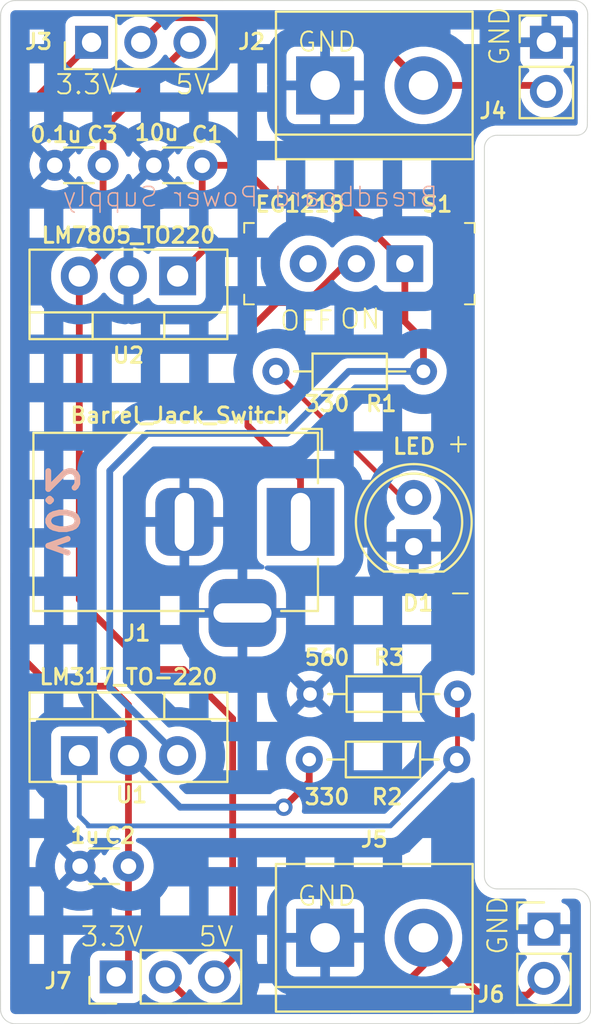
<source format=kicad_pcb>
(kicad_pcb (version 20241229) (generator "pcbnew") (generator_version "9.0")
  (layers (0 "F.Cu" signal) (2 "B.Cu" signal) (13 "F.Paste" user) (15 "B.Paste" user) (5 "F.SilkS" user "F.Silkscreen") (7 "B.SilkS" user "B.Silkscreen") (1 "F.Mask" user) (3 "B.Mask" user) (25 "Edge.Cuts" user))
  (net 0 "")
  (net 1 "GND")
  (net 2 "/12V")
  (net 3 "/3.3V")
  (net 4 "/5V")
  (net 5 "Net-(D1-A)")
  (net 6 "/PWR_input")
  (net 7 "/PWR_OUT_BOT")
  (net 8 "Net-(U1-ADJ)")
  (net 10 "/PWR_OUT_TOP")
  (footprint "Connector_PinHeader_2.54mm:PinHeader_1x02_P2.54mm_Vertical" (layer "F.Cu") (at 163.83 64.13)
    (property "Reference" "J4" (at -2.762951 3.545451 0) (layer "F.SilkS") (effects (font (size 0.8 0.8))))
    (property "Value" "Conn_01x02_Pin" (hide yes))
    (fp_line (start -1.38 -1.38) (end 0 -1.38) (stroke (width 0.12)) (layer "F.SilkS"))
    (fp_line (start -1.38 0) (end -1.38 -1.38) (stroke (width 0.12)) (layer "F.SilkS"))
    (fp_line (start -1.38 1.27) (end -1.38 3.92) (stroke (width 0.12)) (layer "F.SilkS"))
    (fp_line (start -1.38 1.27) (end 1.38 1.27) (stroke (width 0.12)) (layer "F.SilkS"))
    (fp_line (start -1.38 3.92) (end 1.38 3.92) (stroke (width 0.12)) (layer "F.SilkS"))
    (fp_line (start 1.38 1.27) (end 1.38 3.92) (stroke (width 0.12)) (layer "F.SilkS"))
    (pad "1" thru_hole rect (at 0 0) (size 1.7 1.7) (drill 1) (layers "*.Cu" "*.Mask") (net 1 "GND"))
    (pad "2" thru_hole circle (at 0 2.54) (size 1.7 1.7) (drill 1) (layers "*.Cu" "*.Mask") (net 10 "/PWR_OUT_TOP"))
  )
  (footprint "digikey-footprints:Switch_Slide_11.6x4mm_EG1218" (layer "F.Cu") (at 156.52 75.565 180)
    (property "Reference" "S1" (at -1.68 3.065 0) (layer "F.SilkS") (effects (font (size 0.8 0.8))))
    (property "Value" "EG1218" (at 5.42 3.065 0) (layer "F.SilkS") (effects (font (size 0.8 0.8))))
    (fp_line (start 8.3 2.1) (end 8.3 1.6) (stroke (width 0.1)) (layer "F.SilkS"))
    (fp_line (start 8.3 2.1) (end 7.8 2.1) (stroke (width 0.1)) (layer "F.SilkS"))
    (fp_line (start 8.3 -2.1) (end 8.3 -1.6) (stroke (width 0.1)) (layer "F.SilkS"))
    (fp_line (start 8.3 -2.1) (end 7.8 -2.1) (stroke (width 0.1)) (layer "F.SilkS"))
    (fp_line (start -3.6 2.1) (end -3.1 2.1) (stroke (width 0.1)) (layer "F.SilkS"))
    (fp_line (start -3.6 2.1) (end -3.6 1.6) (stroke (width 0.1)) (layer "F.SilkS"))
    (fp_line (start -3.6 -2.1) (end -3.1 -2.1) (stroke (width 0.1)) (layer "F.SilkS"))
    (fp_line (start -3.6 -2.1) (end -3.6 -1.6) (stroke (width 0.1)) (layer "F.SilkS"))
    (pad "1" thru_hole rect (at 0 0 180) (size 1.9 1.9) (drill 0.9) (layers "*.Cu" "*.Mask") (net 2 "/12V"))
    (pad "2" thru_hole circle (at 2.5 0 180) (size 1.9 1.9) (drill 0.9) (layers "*.Cu" "*.Mask") (net 6 "/PWR_input"))
    (pad "3" thru_hole circle (at 5 0 180) (size 1.9 1.9) (drill 0.9) (layers "*.Cu" "*.Mask"))
  )
  (footprint "TerminalBlock:TerminalBlock_bornier-2_P5.08mm" (layer "F.Cu") (at 152.4 110.374549)
    (property "Reference" "J5" (at 2.54 -5.08 0) (layer "F.SilkS") (effects (font (size 0.8 0.8))))
    (property "Value" "Screw_Terminal_01x02" (hide yes))
    (fp_line (start -2.54 -3.81) (end -2.54 3.81) (stroke (width 0.12)) (layer "F.SilkS"))
    (fp_line (start -2.54 3.81) (end 7.62 3.81) (stroke (width 0.12)) (layer "F.SilkS"))
    (fp_line (start 7.62 -3.81) (end -2.54 -3.81) (stroke (width 0.12)) (layer "F.SilkS"))
    (fp_line (start 7.62 2.54) (end -2.54 2.54) (stroke (width 0.12)) (layer "F.SilkS"))
    (fp_line (start 7.62 3.81) (end 7.62 -3.81) (stroke (width 0.12)) (layer "F.SilkS"))
    (pad "1" thru_hole rect (at 0 0) (size 3 3) (drill 1.52) (layers "*.Cu" "*.Mask") (net 1 "GND"))
    (pad "2" thru_hole circle (at 5.08 0) (size 3 3) (drill 1.52) (layers "*.Cu" "*.Mask") (net 7 "/PWR_OUT_BOT"))
  )
  (footprint "Package_TO_SOT_THT:TO-220-3_Vertical" (layer "F.Cu") (at 144.78 76.2 180)
    (property "Reference" "U2" (at 2.54 -4.1 0) (layer "F.SilkS") (effects (font (size 0.8 0.8))))
    (property "Value" "LM7805_TO220" (at 2.54 2.1 0) (layer "F.SilkS") (effects (font (size 0.8 0.8))))
    (fp_line (start 7.65 -3.26) (end 7.65 1.36) (stroke (width 0.12)) (layer "F.SilkS"))
    (fp_line (start 4.39 -3.26) (end 4.39 -1.88) (stroke (width 0.12)) (layer "F.SilkS"))
    (fp_line (start 0.69 -3.26) (end 0.69 -1.88) (stroke (width 0.12)) (layer "F.SilkS"))
    (fp_line (start -2.57 1.36) (end 7.65 1.36) (stroke (width 0.12)) (layer "F.SilkS"))
    (fp_line (start -2.57 -1.88) (end 7.65 -1.88) (stroke (width 0.12)) (layer "F.SilkS"))
    (fp_line (start -2.57 -3.26) (end 7.65 -3.26) (stroke (width 0.12)) (layer "F.SilkS"))
    (fp_line (start -2.57 -3.26) (end -2.57 1.36) (stroke (width 0.12)) (layer "F.SilkS"))
    (pad "1" thru_hole rect (at 0 0 180) (size 1.905 2) (drill 1.1) (layers "*.Cu" "*.Mask") (net 2 "/12V"))
    (pad "2" thru_hole oval (at 2.54 0 180) (size 1.905 2) (drill 1.1) (layers "*.Cu" "*.Mask") (net 1 "GND"))
    (pad "3" thru_hole oval (at 5.08 0 180) (size 1.905 2) (drill 1.1) (layers "*.Cu" "*.Mask") (net 4 "/5V"))
  )
  (footprint "Capacitor_THT:C_Disc_D3.0mm_W1.6mm_P2.50mm" (layer "F.Cu") (at 142.24 106.68 180)
    (property "Reference" "C2" (at 0.44 1.58 0) (layer "F.SilkS") (effects (font (size 0.8 0.8))))
    (property "Value" "1u" (at 2.24 1.58 0) (layer "F.SilkS") (effects (font (size 0.8 0.8))))
    (fp_line (start 0.485 0.92) (end 2.015 0.92) (stroke (width 0.12)) (layer "F.SilkS"))
    (fp_line (start 0.485 -0.92) (end 2.015 -0.92) (stroke (width 0.12)) (layer "F.SilkS"))
    (pad "1" thru_hole circle (at 0 0 180) (size 1.6 1.6) (drill 0.8) (layers "*.Cu" "*.Mask") (net 3 "/3.3V"))
    (pad "2" thru_hole circle (at 2.5 0 180) (size 1.6 1.6) (drill 0.8) (layers "*.Cu" "*.Mask") (net 1 "GND"))
  )
  (footprint "Capacitor_THT:C_Disc_D3.0mm_W1.6mm_P2.50mm" (layer "F.Cu") (at 146.05 70.485 180)
    (property "Reference" "C1" (at -0.25 1.585 0) (layer "F.SilkS") (effects (font (size 0.8 0.8))))
    (property "Value" "10u" (at 2.35 1.685 0) (layer "F.SilkS") (effects (font (size 0.8 0.8))))
    (fp_line (start 0.485 0.92) (end 2.015 0.92) (stroke (width 0.12)) (layer "F.SilkS"))
    (fp_line (start 0.485 -0.92) (end 2.015 -0.92) (stroke (width 0.12)) (layer "F.SilkS"))
    (pad "1" thru_hole circle (at 0 0 180) (size 1.6 1.6) (drill 0.8) (layers "*.Cu" "*.Mask") (net 2 "/12V"))
    (pad "2" thru_hole circle (at 2.5 0 180) (size 1.6 1.6) (drill 0.8) (layers "*.Cu" "*.Mask") (net 1 "GND"))
  )
  (footprint "Resistor_THT:R_Axial_DIN0204_L3.6mm_D1.6mm_P7.62mm_Horizontal" (layer "F.Cu") (at 159.199554 101.169151 180)
    (property "Reference" "R2" (at 3.599554 -1.930849 0) (layer "F.SilkS") (effects (font (size 0.8 0.8))))
    (property "Value" "330" (at 6.699554 -1.930849 0) (layer "F.SilkS") (effects (font (size 0.8 0.8))))
    (fp_line (start 6.68 0) (end 5.73 0) (stroke (width 0.12)) (layer "F.SilkS"))
    (fp_line (start 0.94 0) (end 1.89 0) (stroke (width 0.12)) (layer "F.SilkS"))
    (fp_rect (start 1.89 -0.92) (end 5.73 0.92) (stroke (width 0.12)) (fill no) (layer "F.SilkS"))
    (pad "1" thru_hole circle (at 0 0 180) (size 1.4 1.4) (drill 0.7) (layers "*.Cu" "*.Mask") (net 8 "Net-(U1-ADJ)"))
    (pad "2" thru_hole circle (at 7.62 0 180) (size 1.4 1.4) (drill 0.7) (layers "*.Cu" "*.Mask") (net 3 "/3.3V"))
  )
  (footprint "Connector_BarrelJack:BarrelJack_Horizontal" (layer "F.Cu") (at 151.13 88.9)
    (property "Reference" "J1" (at -8.45 5.75 0) (layer "F.SilkS") (effects (font (size 0.8 0.8))))
    (property "Value" "Barrel_Jack_Switch" (at -6.2 -5.5 0) (layer "F.SilkS") (effects (font (size 0.8 0.8))))
    (fp_line (start -13.8 -4.6) (end 0.9 -4.6) (stroke (width 0.12)) (layer "F.SilkS"))
    (fp_line (start -13.8 4.6) (end -13.8 -4.6) (stroke (width 0.12)) (layer "F.SilkS"))
    (fp_line (start -5 4.6) (end -13.8 4.6) (stroke (width 0.12)) (layer "F.SilkS"))
    (fp_line (start 0.05 -4.8) (end 1.1 -4.8) (stroke (width 0.12)) (layer "F.SilkS"))
    (fp_line (start 0.9 -4.6) (end 0.9 -2) (stroke (width 0.12)) (layer "F.SilkS"))
    (fp_line (start 0.9 1.9) (end 0.9 4.6) (stroke (width 0.12)) (layer "F.SilkS"))
    (fp_line (start 0.9 4.6) (end -1 4.6) (stroke (width 0.12)) (layer "F.SilkS"))
    (fp_line (start 1.1 -3.75) (end 1.1 -4.8) (stroke (width 0.12)) (layer "F.SilkS"))
    (pad "1" thru_hole rect (at 0 0) (size 3.5 3.5) (drill oval 1 3) (layers "*.Cu" "*.Mask") (net 6 "/PWR_input"))
    (pad "2" thru_hole roundrect (at -6 0) (size 3 3.5) (drill oval 1 3) (layers "*.Cu" "*.Mask") (net 1 "GND"))
    (pad "3" thru_hole roundrect (at -3 4.7) (size 3.5 3.5) (drill oval 3 1) (layers "*.Cu" "*.Mask") (net 1 "GND"))
  )
  (footprint "Connector_PinHeader_2.54mm:PinHeader_1x03_P2.54mm_Vertical" (layer "F.Cu") (at 140.335 64.135 90)
    (property "Reference" "J3" (at 0.035 -2.735 180) (layer "F.SilkS") (effects (font (size 0.8 0.8))))
    (property "Value" "Conn_01x03_Pin" (hide yes))
    (fp_line (start -1.38 -1.38) (end 0 -1.38) (stroke (width 0.12)) (layer "F.SilkS"))
    (fp_line (start -1.38 0) (end -1.38 -1.38) (stroke (width 0.12)) (layer "F.SilkS"))
    (fp_line (start 1.38 1.27) (end 1.38 6.46) (stroke (width 0.12)) (layer "F.SilkS"))
    (fp_line (start -1.38 1.27) (end 1.38 1.27) (stroke (width 0.12)) (layer "F.SilkS"))
    (fp_line (start -1.38 1.27) (end -1.38 6.46) (stroke (width 0.12)) (layer "F.SilkS"))
    (fp_line (start -1.38 6.46) (end 1.38 6.46) (stroke (width 0.12)) (layer "F.SilkS"))
    (pad "1" thru_hole rect (at 0 0 90) (size 1.7 1.7) (drill 1) (layers "*.Cu" "*.Mask") (net 3 "/3.3V"))
    (pad "2" thru_hole circle (at 0 2.54 90) (size 1.7 1.7) (drill 1) (layers "*.Cu" "*.Mask") (net 10 "/PWR_OUT_TOP"))
    (pad "3" thru_hole circle (at 0 5.08 90) (size 1.7 1.7) (drill 1) (layers "*.Cu" "*.Mask") (net 4 "/5V"))
  )
  (footprint "Connector_PinHeader_2.54mm:PinHeader_1x03_P2.54mm_Vertical" (layer "F.Cu") (at 141.605 112.395 90)
    (property "Reference" "J7" (at -0.205 -3.005 180) (layer "F.SilkS") (effects (font (size 0.8 0.8))))
    (property "Value" "Conn_01x03_Pin" (hide yes))
    (fp_line (start -1.38 -1.38) (end 0 -1.38) (stroke (width 0.12)) (layer "F.SilkS"))
    (fp_line (start -1.38 0) (end -1.38 -1.38) (stroke (width 0.12)) (layer "F.SilkS"))
    (fp_line (start 1.38 1.27) (end 1.38 6.46) (stroke (width 0.12)) (layer "F.SilkS"))
    (fp_line (start -1.38 1.27) (end 1.38 1.27) (stroke (width 0.12)) (layer "F.SilkS"))
    (fp_line (start -1.38 1.27) (end -1.38 6.46) (stroke (width 0.12)) (layer "F.SilkS"))
    (fp_line (start -1.38 6.46) (end 1.38 6.46) (stroke (width 0.12)) (layer "F.SilkS"))
    (pad "1" thru_hole rect (at 0 0 90) (size 1.7 1.7) (drill 1) (layers "*.Cu" "*.Mask") (net 3 "/3.3V"))
    (pad "2" thru_hole circle (at 0 2.54 90) (size 1.7 1.7) (drill 1) (layers "*.Cu" "*.Mask") (net 7 "/PWR_OUT_BOT"))
    (pad "3" thru_hole circle (at 0 5.08 90) (size 1.7 1.7) (drill 1) (layers "*.Cu" "*.Mask") (net 4 "/5V"))
  )
  (footprint "Resistor_THT:R_Axial_DIN0204_L3.6mm_D1.6mm_P7.62mm_Horizontal" (layer "F.Cu") (at 149.86 81.1276)
    (property "Reference" "R1" (at 5.44 1.6724 0) (layer "F.SilkS") (effects (font (size 0.8 0.8))))
    (property "Value" "330" (at 2.64 1.6724 0) (layer "F.SilkS") (effects (font (size 0.8 0.8))))
    (fp_line (start 0.94 0) (end 1.89 0) (stroke (width 0.12)) (layer "F.SilkS"))
    (fp_line (start 6.68 0) (end 5.73 0) (stroke (width 0.12)) (layer "F.SilkS"))
    (fp_rect (start 1.89 -0.92) (end 5.73 0.92) (stroke (width 0.12)) (fill no) (layer "F.SilkS"))
    (pad "1" thru_hole circle (at 0 0) (size 1.4 1.4) (drill 0.7) (layers "*.Cu" "*.Mask") (net 5 "Net-(D1-A)"))
    (pad "2" thru_hole circle (at 7.62 0) (size 1.4 1.4) (drill 0.7) (layers "*.Cu" "*.Mask") (net 2 "/12V"))
  )
  (footprint "Connector_PinHeader_2.54mm:PinHeader_1x02_P2.54mm_Vertical" (layer "F.Cu") (at 163.705223 109.928182)
    (property "Reference" "J6" (at -2.73 3.37 0) (layer "F.SilkS") (effects (font (size 0.8 0.8))))
    (property "Value" "Conn_01x02_Pin" (hide yes))
    (fp_line (start -1.38 -1.38) (end 0 -1.38) (stroke (width 0.12)) (layer "F.SilkS"))
    (fp_line (start -1.38 0) (end -1.38 -1.38) (stroke (width 0.12)) (layer "F.SilkS"))
    (fp_line (start -1.38 1.27) (end -1.38 3.92) (stroke (width 0.12)) (layer "F.SilkS"))
    (fp_line (start -1.38 1.27) (end 1.38 1.27) (stroke (width 0.12)) (layer "F.SilkS"))
    (fp_line (start -1.38 3.92) (end 1.38 3.92) (stroke (width 0.12)) (layer "F.SilkS"))
    (fp_line (start 1.38 1.27) (end 1.38 3.92) (stroke (width 0.12)) (layer "F.SilkS"))
    (pad "1" thru_hole rect (at 0 0) (size 1.7 1.7) (drill 1) (layers "*.Cu" "*.Mask") (net 1 "GND"))
    (pad "2" thru_hole circle (at 0 2.54) (size 1.7 1.7) (drill 1) (layers "*.Cu" "*.Mask") (net 7 "/PWR_OUT_BOT"))
  )
  (footprint "Resistor_THT:R_Axial_DIN0204_L3.6mm_D1.6mm_P7.62mm_Horizontal" (layer "F.Cu") (at 151.62 97.79)
    (property "Reference" "R3" (at 4.08 -1.89 0) (layer "F.SilkS") (effects (font (size 0.8 0.8))))
    (property "Value" "560" (at 0.88 -1.89 0) (layer "F.SilkS") (effects (font (size 0.8 0.8))))
    (fp_line (start 0.94 0) (end 1.89 0) (stroke (width 0.12)) (layer "F.SilkS"))
    (fp_line (start 6.68 0) (end 5.73 0) (stroke (width 0.12)) (layer "F.SilkS"))
    (fp_rect (start 1.89 -0.92) (end 5.73 0.92) (stroke (width 0.12)) (fill no) (layer "F.SilkS"))
    (pad "1" thru_hole circle (at 0 0) (size 1.4 1.4) (drill 0.7) (layers "*.Cu" "*.Mask") (net 1 "GND"))
    (pad "2" thru_hole circle (at 7.62 0) (size 1.4 1.4) (drill 0.7) (layers "*.Cu" "*.Mask") (net 8 "Net-(U1-ADJ)"))
  )
  (footprint "LED_THT:LED_D5.0mm" (layer "F.Cu") (at 156.98 90.175 90)
    (property "Reference" "D1" (at -2.925 0.22 180) (layer "F.SilkS") (effects (font (size 0.8 0.8))))
    (property "Value" "LED" (at 5.175 0.02 180) (layer "F.SilkS") (effects (font (size 0.8 0.8))))
    (fp_line (start -1.29 -1.545) (end -1.29 1.545) (stroke (width 0.12)) (layer "F.SilkS"))
    (fp_arc (start -1.29 -1.54483) (mid 2.071779 -2.880495) (end 4.26 0) (stroke (width 0.12)) (layer "F.SilkS"))
    (fp_arc (start 4.26 0) (mid 2.071779 2.880495) (end -1.29 1.54483) (stroke (width 0.12)) (layer "F.SilkS"))
    (fp_circle (center 1.27 0) (end 3.77 0) (stroke (width 0.12)) (fill no) (layer "F.SilkS"))
    (pad "1" thru_hole rect (at 0 0 90) (size 1.8 1.8) (drill 0.9) (layers "*.Cu" "*.Mask") (net 1 "GND"))
    (pad "2" thru_hole circle (at 2.54 0 90) (size 1.8 1.8) (drill 0.9) (layers "*.Cu" "*.Mask") (net 5 "Net-(D1-A)"))
  )
  (footprint "TerminalBlock:TerminalBlock_bornier-2_P5.08mm" (layer "F.Cu") (at 152.4 66.36)
    (property "Reference" "J2" (at -3.8 -2.26 0) (layer "F.SilkS") (effects (font (size 0.8 0.8))))
    (property "Value" "Screw_Terminal_01x02" (hide yes))
    (fp_line (start -2.54 -3.81) (end -2.54 3.81) (stroke (width 0.12)) (layer "F.SilkS"))
    (fp_line (start -2.54 3.81) (end 7.62 3.81) (stroke (width 0.12)) (layer "F.SilkS"))
    (fp_line (start 7.62 -3.81) (end -2.54 -3.81) (stroke (width 0.12)) (layer "F.SilkS"))
    (fp_line (start 7.62 2.54) (end -2.54 2.54) (stroke (width 0.12)) (layer "F.SilkS"))
    (fp_line (start 7.62 3.81) (end 7.62 -3.81) (stroke (width 0.12)) (layer "F.SilkS"))
    (pad "1" thru_hole rect (at 0 0) (size 3 3) (drill 1.52) (layers "*.Cu" "*.Mask") (net 1 "GND"))
    (pad "2" thru_hole circle (at 5.08 0) (size 3 3) (drill 1.52) (layers "*.Cu" "*.Mask") (net 10 "/PWR_OUT_TOP"))
  )
  (footprint "Capacitor_THT:C_Disc_D3.0mm_W1.6mm_P2.50mm" (layer "F.Cu") (at 140.93 70.485 180)
    (property "Reference" "C3" (at 0.03 1.585 0) (layer "F.SilkS") (effects (font (size 0.8 0.8))))
    (property "Value" "0.1u" (at 2.43 1.585 0) (layer "F.SilkS") (effects (font (size 0.8 0.8))))
    (fp_line (start 0.485 0.92) (end 2.015 0.92) (stroke (width 0.12)) (layer "F.SilkS"))
    (fp_line (start 0.485 -0.92) (end 2.015 -0.92) (stroke (width 0.12)) (layer "F.SilkS"))
    (pad "1" thru_hole circle (at 0 0 180) (size 1.6 1.6) (drill 0.8) (layers "*.Cu" "*.Mask") (net 4 "/5V"))
    (pad "2" thru_hole circle (at 2.5 0 180) (size 1.6 1.6) (drill 0.8) (layers "*.Cu" "*.Mask") (net 1 "GND"))
  )
  (footprint "Package_TO_SOT_THT:TO-220-3_Vertical" (layer "F.Cu") (at 139.7 100.965)
    (property "Reference" "U1" (at 2.7 2.035 0) (layer "F.SilkS") (effects (font (size 0.8 0.8))))
    (property "Value" "LM317_TO-220" (at 2.54 -4.065 0) (layer "F.SilkS") (effects (font (size 0.8 0.8))))
    (fp_line (start -2.57 -3.26) (end -2.57 1.36) (stroke (width 0.12)) (layer "F.SilkS"))
    (fp_line (start -2.57 -3.26) (end 7.65 -3.26) (stroke (width 0.12)) (layer "F.SilkS"))
    (fp_line (start -2.57 -1.88) (end 7.65 -1.88) (stroke (width 0.12)) (layer "F.SilkS"))
    (fp_line (start -2.57 1.36) (end 7.65 1.36) (stroke (width 0.12)) (layer "F.SilkS"))
    (fp_line (start 0.69 -3.26) (end 0.69 -1.88) (stroke (width 0.12)) (layer "F.SilkS"))
    (fp_line (start 4.39 -3.26) (end 4.39 -1.88) (stroke (width 0.12)) (layer "F.SilkS"))
    (fp_line (start 7.65 -3.26) (end 7.65 1.36) (stroke (width 0.12)) (layer "F.SilkS"))
    (pad "1" thru_hole rect (at 0 0) (size 1.905 2) (drill 1.1) (layers "*.Cu" "*.Mask") (net 8 "Net-(U1-ADJ)"))
    (pad "2" thru_hole oval (at 2.54 0) (size 1.905 2) (drill 1.1) (layers "*.Cu" "*.Mask") (net 3 "/3.3V"))
    (pad "3" thru_hole oval (at 5.08 0) (size 1.905 2) (drill 1.1) (layers "*.Cu" "*.Mask") (net 2 "/12V"))
  )
  (gr_arc (start 165.947195 68.390458) (mid 165.788331 68.773989) (end 165.4048 68.932853) (stroke (width 0.05)) (layer "Edge.Cuts"))
  (gr_arc (start 160.627649 69.596) (mid 160.821647 69.127647) (end 161.29 68.933649) (stroke (width 0.05)) (layer "Edge.Cuts"))
  (gr_arc (start 161.29 107.850351) (mid 160.821647 107.656353) (end 160.627649 107.188) (stroke (width 0.05)) (layer "Edge.Cuts"))
  (gr_line (start 161.29 68.933649) (end 165.4048 68.932853) (stroke (width 0.05)) (layer "Edge.Cuts"))
  (gr_line (start 160.627649 107.188) (end 160.627649 69.596) (stroke (width 0.05)) (layer "Edge.Cuts"))
  (gr_arc (start 135.636 62.738) (mid 135.859185 62.199185) (end 136.398 61.976) (stroke (width 0.05)) (layer "Edge.Cuts"))
  (gr_arc (start 136.398 114.814743) (mid 135.854417 114.589583) (end 135.629257 114.046) (stroke (width 0.05)) (layer "Edge.Cuts"))
  (gr_arc (start 166.116 114.046) (mid 165.892815 114.584815) (end 165.354 114.808) (stroke (width 0.05)) (layer "Edge.Cuts"))
  (gr_line (start 165.237161 61.974351) (end 136.398 61.976) (stroke (width 0.05)) (layer "Edge.Cuts"))
  (gr_line (start 135.636 62.738) (end 135.629257 114.046) (stroke (width 0.05)) (layer "Edge.Cuts"))
  (gr_line (start 165.2599 107.852983) (end 161.29 107.850351) (stroke (width 0.05)) (layer "Edge.Cuts"))
  (gr_line (start 165.965355 62.678185) (end 165.947123 68.399291) (stroke (width 0.05)) (layer "Edge.Cuts"))
  (gr_line (start 166.111417 108.7045) (end 166.111417 114.046) (stroke (width 0.05)) (layer "Edge.Cuts"))
  (gr_line (start 165.344599 114.807942) (end 136.398 114.814743) (stroke (width 0.05)) (layer "Edge.Cuts"))
  (gr_arc (start 165.237155 61.974351) (mid 165.751157 62.177663) (end 165.965412 62.6872) (stroke (width 0.05)) (layer "Edge.Cuts"))
  (gr_arc (start 165.259854 107.852983) (mid 165.862 108.1024) (end 166.111417 108.704546) (stroke (width 0.05)) (layer "Edge.Cuts"))
  (gr_text "5V" (at 144.6 66.9 0) (layer "F.SilkS") (effects (font (size 1 1) (thickness 0.1)) (justify left bottom)))
  (gr_text "GND" (at 150.9 64.7 0) (layer "F.SilkS") (effects (font (size 1 1) (thickness 0.1)) (justify left bottom)))
  (gr_text "3.3V" (at 139.7 110.9 0) (layer "F.SilkS") (effects (font (size 1 1) (thickness 0.1)) (justify left bottom)))
  (gr_text "3.3V" (at 138.4 66.9 0) (layer "F.SilkS") (effects (font (size 1 1) (thickness 0.1)) (justify left bottom)))
  (gr_text "OFF" (at 150 79.1 0) (layer "F.SilkS") (effects (font (size 1 1) (thickness 0.1)) (justify left bottom)))
  (gr_text "-" (at 158.7 93.1 0) (layer "F.SilkS") (effects (font (size 1 1) (thickness 0.1)) (justify left bottom)))
  (gr_text "GND" (at 162 65.4 90) (layer "F.SilkS") (effects (font (size 1 1) (thickness 0.1)) (justify left bottom)))
  (gr_text "ON\n" (at 153.1 79 0) (layer "F.SilkS") (effects (font (size 1 1) (thickness 0.1)) (justify left bottom)))
  (gr_text "5V" (at 145.8 110.9 0) (layer "F.SilkS") (effects (font (size 1 1) (thickness 0.1)) (justify left bottom)))
  (gr_text "+\n" (at 158.6 85.4 0) (layer "F.SilkS") (effects (font (size 1 1) (thickness 0.1)) (justify left bottom)))
  (gr_text "GND" (at 150.9 108.8 0) (layer "F.SilkS") (effects (font (size 1 1) (thickness 0.1)) (justify left bottom)))
  (gr_text "GND" (at 161.9 111.324549 90) (layer "F.SilkS") (effects (font (size 1 1) (thickness 0.1)) (justify left bottom)))
  (gr_text "v0.2" (at 137.9 90.9 270) (layer "B.SilkS") (effects (font (size 1.5 1.5) (thickness 0.3) (bold yes)) (justify left bottom mirror)))
  (gr_text "Breadboard Power Supply" (at 158.3 72.7 0) (layer "B.SilkS") (effects (font (size 1 1) (thickness 0.08)) (justify left bottom mirror)))
  (segment (start 146.05 70.485) (end 148.0566 70.485) (width 0.35) (layer "F.Cu") (net 2))
  (segment (start 146.05 70.485) (end 146.05 74.93) (width 0.35) (layer "F.Cu") (net 2))
  (segment (start 153.345 72.39) (end 156.52 75.565) (width 0.35) (layer "F.Cu") (net 2))
  (segment (start 146.05 74.93) (end 144.78 76.2) (width 0.35) (layer "F.Cu") (net 2))
  (segment (start 148.0566 70.485) (end 149.9616 72.39) (width 0.35) (layer "F.Cu") (net 2))
  (segment (start 157.48 79.52) (end 157.48 81.1276) (width 0.35) (layer "F.Cu") (net 2))
  (segment (start 149.9616 72.39) (end 153.345 72.39) (width 0.35) (layer "F.Cu") (net 2))
  (segment (start 156.52 75.565) (end 156.52 78.56) (width 0.35) (layer "F.Cu") (net 2))
  (segment (start 156.52 78.56) (end 157.48 79.52) (width 0.35) (layer "F.Cu") (net 2))
  (segment (start 153.6192 81.1276) (end 150.4188 84.328) (width 0.35) (layer "B.Cu") (net 2))
  (segment (start 150.4188 84.328) (end 143.2052 84.328) (width 0.35) (layer "B.Cu") (net 2))
  (segment (start 157.48 81.1276) (end 153.6192 81.1276) (width 0.35) (layer "B.Cu") (net 2))
  (segment (start 141.2748 97.4598) (end 144.78 100.965) (width 0.35) (layer "B.Cu") (net 2))
  (segment (start 141.2748 86.2584) (end 141.2748 97.4598) (width 0.35) (layer "B.Cu") (net 2))
  (segment (start 143.2052 84.328) (end 141.2748 86.2584) (width 0.35) (layer "B.Cu") (net 2))
  (segment (start 141.2748 97.3836) (end 142.24 98.3488) (width 0.35) (layer "F.Cu") (net 3))
  (segment (start 142.24 100.965) (end 142.24 106.68) (width 0.35) (layer "F.Cu") (net 3))
  (segment (start 138.2268 97.3836) (end 141.2748 97.3836) (width 0.35) (layer "F.Cu") (net 3))
  (segment (start 142.24 106.68) (end 142.24 111.76) (width 0.35) (layer "F.Cu") (net 3))
  (segment (start 136.311159 68.158841) (end 136.311159 95.467959) (width 0.35) (layer "F.Cu") (net 3))
  (segment (start 140.335 64.135) (end 136.311159 68.158841) (width 0.35) (layer "F.Cu") (net 3))
  (segment (start 136.311159 95.467959) (end 138.2268 97.3836) (width 0.35) (layer "F.Cu") (net 3))
  (segment (start 151.579554 102.318846) (end 150.2664 103.632) (width 0.35) (layer "F.Cu") (net 3))
  (segment (start 142.24 111.76) (end 141.605 112.395) (width 0.35) (layer "F.Cu") (net 3))
  (segment (start 142.24 98.3488) (end 142.24 100.965) (width 0.35) (layer "F.Cu") (net 3))
  (segment (start 151.579554 101.169151) (end 151.579554 102.318846) (width 0.35) (layer "F.Cu") (net 3))
  (via (at 150.2664 103.632) (size 0.9) (drill 0.5) (layers "F.Cu" "B.Cu") (net 3))
  (segment (start 144.907 103.632) (end 142.24 100.965) (width 0.35) (layer "B.Cu") (net 3))
  (segment (start 150.2664 103.632) (end 144.907 103.632) (width 0.35) (layer "B.Cu") (net 3))
  (segment (start 139.7 92.9132) (end 143.3068 96.52) (width 0.35) (layer "F.Cu") (net 4))
  (segment (start 147.6248 111.4552) (end 146.685 112.395) (width 0.35) (layer "F.Cu") (net 4))
  (segment (start 140.93 68.62) (end 140.93 70.485) (width 0.35) (layer "F.Cu") (net 4))
  (segment (start 145.0848 96.52) (end 147.6248 99.06) (width 0.35) (layer "F.Cu") (net 4))
  (segment (start 143.3068 96.52) (end 145.0848 96.52) (width 0.35) (layer "F.Cu") (net 4))
  (segment (start 139.7 76.2) (end 139.7 92.9132) (width 0.35) (layer "F.Cu") (net 4))
  (segment (start 145.415 64.135) (end 140.93 68.62) (width 0.35) (layer "F.Cu") (net 4))
  (segment (start 140.93 74.97) (end 139.7 76.2) (width 0.35) (layer "F.Cu") (net 4))
  (segment (start 140.93 70.485) (end 140.93 74.97) (width 0.35) (layer "F.Cu") (net 4))
  (segment (start 147.6248 99.06) (end 147.6248 111.4552) (width 0.35) (layer "F.Cu") (net 4))
  (segment (start 149.86 81.1276) (end 156.3674 87.635) (width 0.25) (layer "F.Cu") (net 5))
  (segment (start 156.3674 87.635) (end 156.98 87.635) (width 0.25) (layer "F.Cu") (net 5))
  (segment (start 148.4122 83.947) (end 151.13 86.6648) (width 0.35) (layer "F.Cu") (net 6))
  (segment (start 151.13 86.6648) (end 151.13 88.9) (width 0.35) (layer "F.Cu") (net 6))
  (segment (start 149.9108 77.5716) (end 148.4122 79.0702) (width 0.35) (layer "F.Cu") (net 6))
  (segment (start 154.02 75.565) (end 153.465958 75.565) (width 0.35) (layer "F.Cu") (net 6))
  (segment (start 148.4122 79.0702) (end 148.4122 83.947) (width 0.35) (layer "F.Cu") (net 6))
  (segment (start 151.459358 77.5716) (end 149.9108 77.5716) (width 0.35) (layer "F.Cu") (net 6))
  (segment (start 153.465958 75.565) (end 151.459358 77.5716) (width 0.35) (layer "F.Cu") (net 6))
  (segment (start 144.145 112.395) (end 145.6944 113.9444) (width 0.35) (layer "F.Cu") (net 7))
  (segment (start 155.3464 113.9444) (end 157.48 111.8108) (width 0.35) (layer "F.Cu") (net 7))
  (segment (start 156.9212 109.815749) (end 157.48 110.374549) (width 0.35) (layer "F.Cu") (net 7))
  (segment (start 145.6944 113.9444) (end 155.3464 113.9444) (width 0.35) (layer "F.Cu") (net 7))
  (segment (start 157.48 110.374549) (end 160.440251 113.3348) (width 0.35) (layer "F.Cu") (net 7))
  (segment (start 160.440251 113.3348) (end 162.838605 113.3348) (width 0.35) (layer "F.Cu") (net 7))
  (segment (start 157.48 111.8108) (end 157.48 110.374549) (width 0.35) (layer "F.Cu") (net 7))
  (segment (start 162.838605 113.3348) (end 163.705223 112.468182) (width 0.35) (layer "F.Cu") (net 7))
  (segment (start 159.24 97.79) (end 159.24 101.128705) (width 0.25) (layer "F.Cu") (net 8))
  (segment (start 159.24 101.128705) (end 159.199554 101.169151) (width 0.25) (layer "F.Cu") (net 8))
  (segment (start 159.199554 101.169151) (end 155.771505 104.5972) (width 0.25) (layer "B.Cu") (net 8))
  (segment (start 140.1572 104.5972) (end 140.1572 104.5464) (width 0.25) (layer "B.Cu") (net 8))
  (segment (start 140.1572 104.5464) (end 139.7 104.0892) (width 0.25) (layer "B.Cu") (net 8))
  (segment (start 139.7 104.0892) (end 139.7 100.965) (width 0.25) (layer "B.Cu") (net 8))
  (segment (start 155.771505 104.5972) (end 140.1572 104.5972) (width 0.25) (layer "B.Cu") (net 8))
  (segment (start 157.48 66.36) (end 163.52 66.36) (width 0.35) (layer "F.Cu") (net 10))
  (segment (start 163.52 66.36) (end 163.83 66.67) (width 0.35) (layer "F.Cu") (net 10))
  (segment (start 153.979 62.859) (end 157.48 66.36) (width 0.35) (layer "F.Cu") (net 10))
  (segment (start 142.875 64.135) (end 144.151 62.859) (width 0.35) (layer "F.Cu") (net 10))
  (segment (start 144.151 62.859) (end 153.979 62.859) (width 0.35) (layer "F.Cu") (net 10))
  (zone (net 1) (net_name "GND") (layer "B.Cu") (connect_pads (clearance 0.5)) (min_thickness 0.25) (fill yes (mode hatch) (thermal_gap 0.5) (thermal_bridge_width 0.5) (hatch_thickness 1) (hatch_gap 1.5) (hatch_orientation 0) (hatch_border_algorithm hatch_thickness) (hatch_min_hole_area 0.3))
    (polygon (pts (xy 136.398 62.1792) (xy 135.8392 62.738) (xy 135.8392 113.9952) (xy 136.5504 114.7064) (xy 165.4556 114.7064) (xy 165.9636 114.1984) (xy 165.9636 108.5088) (xy 165.4556 108.0008) (xy 160.9344 108.0008) (xy 160.4772 107.5436) (xy 160.4772 69.1896) (xy 161.0868 68.58) (xy 165.6588 68.58) (xy 165.8112 68.4276) (xy 165.8112 62.5348) (xy 165.4556 62.1792)))
  )
)
</source>
